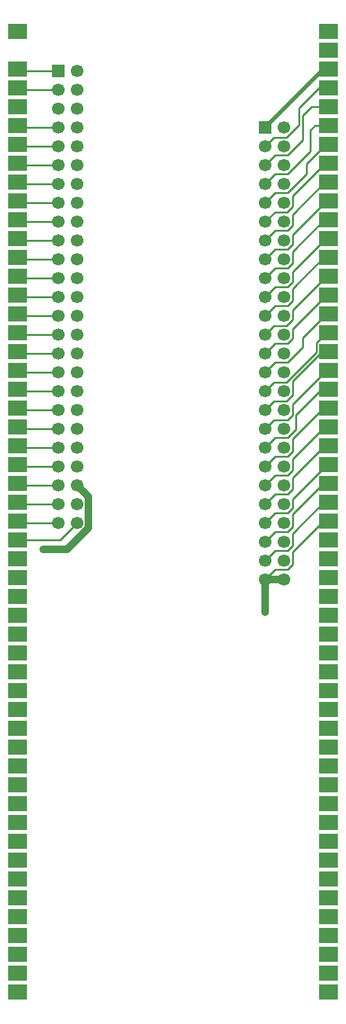
<source format=gtl>
G04 #@! TF.GenerationSoftware,KiCad,Pcbnew,9.0.1+1*
G04 #@! TF.CreationDate,2025-11-12T15:12:25+00:00*
G04 #@! TF.ProjectId,te0725-carrier,74653037-3235-42d6-9361-72726965722e,rev?*
G04 #@! TF.SameCoordinates,Original*
G04 #@! TF.FileFunction,Copper,L1,Top*
G04 #@! TF.FilePolarity,Positive*
%FSLAX46Y46*%
G04 Gerber Fmt 4.6, Leading zero omitted, Abs format (unit mm)*
G04 Created by KiCad (PCBNEW 9.0.1+1) date 2025-11-12 15:12:25*
%MOMM*%
%LPD*%
G01*
G04 APERTURE LIST*
G04 #@! TA.AperFunction,CastellatedPad*
%ADD10R,2.540000X2.000000*%
G04 #@! TD*
G04 #@! TA.AperFunction,ComponentPad*
%ADD11R,1.700000X1.700000*%
G04 #@! TD*
G04 #@! TA.AperFunction,ComponentPad*
%ADD12C,1.700000*%
G04 #@! TD*
G04 #@! TA.AperFunction,ViaPad*
%ADD13C,0.600000*%
G04 #@! TD*
G04 #@! TA.AperFunction,Conductor*
%ADD14C,0.250000*%
G04 #@! TD*
G04 #@! TA.AperFunction,Conductor*
%ADD15C,0.500000*%
G04 #@! TD*
G04 #@! TA.AperFunction,Conductor*
%ADD16C,1.000000*%
G04 #@! TD*
G04 APERTURE END LIST*
D10*
X44500000Y-44680000D03*
X44500000Y-49760000D03*
X44500000Y-52300000D03*
X44500000Y-54840000D03*
X44500000Y-57380000D03*
X44500000Y-59920000D03*
X44500000Y-62460000D03*
X44500000Y-65000000D03*
X44500000Y-67540000D03*
X44500000Y-70080000D03*
X44500000Y-72620000D03*
X44500000Y-75160000D03*
X44500000Y-77700000D03*
X44500000Y-80240000D03*
X44500000Y-82780000D03*
X44500000Y-85320000D03*
X44500000Y-87860000D03*
X44500000Y-90400000D03*
X44500000Y-92940000D03*
X44500000Y-95480000D03*
X44500000Y-98020000D03*
X44500000Y-100560000D03*
X44500000Y-103100000D03*
X44500000Y-105640000D03*
X44500000Y-108180000D03*
X44500000Y-110720000D03*
X44500000Y-113260000D03*
X44500000Y-115800000D03*
X44500000Y-118340000D03*
X44500000Y-120880000D03*
X44500000Y-123420000D03*
X44500000Y-125960000D03*
X44500000Y-128500000D03*
X44500000Y-131040000D03*
X44500000Y-133580000D03*
X44500000Y-136120000D03*
X44500000Y-138660000D03*
X44500000Y-141200000D03*
X44500000Y-143740000D03*
X44500000Y-146280000D03*
X44500000Y-148820000D03*
X44500000Y-151360000D03*
X44500000Y-153900000D03*
X44500000Y-156440000D03*
X44500000Y-158980000D03*
X44500000Y-161520000D03*
X44500000Y-164060000D03*
X44500000Y-166600000D03*
X44500000Y-169140000D03*
X44500000Y-171680000D03*
X44500000Y-174220000D03*
X86500000Y-44680000D03*
X86500000Y-47220000D03*
X86500000Y-49760000D03*
X86500000Y-52300000D03*
X86500000Y-54840000D03*
X86500000Y-57380000D03*
X86500000Y-59920000D03*
X86500000Y-62460000D03*
X86500000Y-65000000D03*
X86500000Y-67540000D03*
X86500000Y-70080000D03*
X86500000Y-72620000D03*
X86500000Y-75160000D03*
X86500000Y-77700000D03*
X86500000Y-80240000D03*
X86500000Y-82780000D03*
X86500000Y-85320000D03*
X86500000Y-87860000D03*
X86500000Y-90400000D03*
X86500000Y-92940000D03*
X86500000Y-95480000D03*
X86500000Y-98020000D03*
X86500000Y-100560000D03*
X86500000Y-103100000D03*
X86500000Y-105640000D03*
X86500000Y-108180000D03*
X86500000Y-110720000D03*
X86500000Y-113260000D03*
X86500000Y-115800000D03*
X86500000Y-118340000D03*
X86500000Y-120880000D03*
X86500000Y-123420000D03*
X86500000Y-125960000D03*
X86500000Y-128500000D03*
X86500000Y-131040000D03*
X86500000Y-133580000D03*
X86500000Y-136120000D03*
X86500000Y-138660000D03*
X86500000Y-141200000D03*
X86500000Y-143740000D03*
X86500000Y-146280000D03*
X86500000Y-148820000D03*
X86500000Y-151360000D03*
X86500000Y-153900000D03*
X86500000Y-156440000D03*
X86500000Y-158980000D03*
X86500000Y-161520000D03*
X86500000Y-164060000D03*
X86500000Y-166600000D03*
X86500000Y-169140000D03*
X86500000Y-171680000D03*
X86500000Y-174220000D03*
D11*
X50000000Y-50000000D03*
D12*
X52540000Y-50000000D03*
X50000000Y-52540000D03*
X52540000Y-52540000D03*
X50000000Y-55080000D03*
X52540000Y-55080000D03*
X50000000Y-57620000D03*
X52540000Y-57620000D03*
X50000000Y-60160000D03*
X52540000Y-60160000D03*
X50000000Y-62700000D03*
X52540000Y-62700000D03*
X50000000Y-65240000D03*
X52540000Y-65240000D03*
X50000000Y-67780000D03*
X52540000Y-67780000D03*
X50000000Y-70320000D03*
X52540000Y-70320000D03*
X50000000Y-72860000D03*
X52540000Y-72860000D03*
X50000000Y-75400000D03*
X52540000Y-75400000D03*
X50000000Y-77940000D03*
X52540000Y-77940000D03*
X50000000Y-80480000D03*
X52540000Y-80480000D03*
X50000000Y-83020000D03*
X52540000Y-83020000D03*
X50000000Y-85560000D03*
X52540000Y-85560000D03*
X50000000Y-88100000D03*
X52540000Y-88100000D03*
X50000000Y-90640000D03*
X52540000Y-90640000D03*
X50000000Y-93180000D03*
X52540000Y-93180000D03*
X50000000Y-95720000D03*
X52540000Y-95720000D03*
X50000000Y-98260000D03*
X52540000Y-98260000D03*
X50000000Y-100800000D03*
X52540000Y-100800000D03*
X50000000Y-103340000D03*
X52540000Y-103340000D03*
X50000000Y-105880000D03*
X52540000Y-105880000D03*
X50000000Y-108420000D03*
X52540000Y-108420000D03*
X50000000Y-110960000D03*
X52540000Y-110960000D03*
D11*
X77940000Y-57620000D03*
D12*
X80480000Y-57620000D03*
X77940000Y-60160000D03*
X80480000Y-60160000D03*
X77940000Y-62700000D03*
X80480000Y-62700000D03*
X77940000Y-65240000D03*
X80480000Y-65240000D03*
X77940000Y-67780000D03*
X80480000Y-67780000D03*
X77940000Y-70320000D03*
X80480000Y-70320000D03*
X77940000Y-72860000D03*
X80480000Y-72860000D03*
X77940000Y-75400000D03*
X80480000Y-75400000D03*
X77940000Y-77940000D03*
X80480000Y-77940000D03*
X77940000Y-80480000D03*
X80480000Y-80480000D03*
X77940000Y-83020000D03*
X80480000Y-83020000D03*
X77940000Y-85560000D03*
X80480000Y-85560000D03*
X77940000Y-88100000D03*
X80480000Y-88100000D03*
X77940000Y-90640000D03*
X80480000Y-90640000D03*
X77940000Y-93180000D03*
X80480000Y-93180000D03*
X77940000Y-95720000D03*
X80480000Y-95720000D03*
X77940000Y-98260000D03*
X80480000Y-98260000D03*
X77940000Y-100800000D03*
X80480000Y-100800000D03*
X77940000Y-103340000D03*
X80480000Y-103340000D03*
X77940000Y-105880000D03*
X80480000Y-105880000D03*
X77940000Y-108420000D03*
X80480000Y-108420000D03*
X77940000Y-110960000D03*
X80480000Y-110960000D03*
X77940000Y-113500000D03*
X80480000Y-113500000D03*
X77940000Y-116040000D03*
X80480000Y-116040000D03*
X77940000Y-118580000D03*
X80480000Y-118580000D03*
D13*
X48000000Y-114500000D03*
D14*
X44740000Y-93180000D02*
X44500000Y-92940000D01*
X50000000Y-93180000D02*
X44740000Y-93180000D01*
X50000000Y-70320000D02*
X44740000Y-70320000D01*
X44740000Y-70320000D02*
X44500000Y-70080000D01*
X50000000Y-72860000D02*
X44740000Y-72860000D01*
X44740000Y-72860000D02*
X44500000Y-72620000D01*
X50000000Y-95720000D02*
X44740000Y-95720000D01*
X44740000Y-95720000D02*
X44500000Y-95480000D01*
X50000000Y-85560000D02*
X44740000Y-85560000D01*
X44740000Y-85560000D02*
X44500000Y-85320000D01*
X44740000Y-57620000D02*
X44500000Y-57380000D01*
X50000000Y-57620000D02*
X44740000Y-57620000D01*
X50000000Y-98260000D02*
X44740000Y-98260000D01*
X44740000Y-98260000D02*
X44500000Y-98020000D01*
X50000000Y-100800000D02*
X44740000Y-100800000D01*
X44740000Y-100800000D02*
X44500000Y-100560000D01*
X50000000Y-52540000D02*
X44740000Y-52540000D01*
X44740000Y-52540000D02*
X44500000Y-52300000D01*
X44740000Y-77940000D02*
X44500000Y-77700000D01*
X50000000Y-77940000D02*
X44740000Y-77940000D01*
X44740000Y-62700000D02*
X44500000Y-62460000D01*
X50000000Y-62700000D02*
X44740000Y-62700000D01*
X44740000Y-88100000D02*
X44500000Y-87860000D01*
X50000000Y-88100000D02*
X44740000Y-88100000D01*
X44740000Y-60160000D02*
X44500000Y-59920000D01*
X50000000Y-60160000D02*
X44740000Y-60160000D01*
X44740000Y-80480000D02*
X44500000Y-80240000D01*
X50000000Y-80480000D02*
X44740000Y-80480000D01*
X44740000Y-65240000D02*
X44500000Y-65000000D01*
X50000000Y-65240000D02*
X44740000Y-65240000D01*
X50000000Y-103340000D02*
X44740000Y-103340000D01*
X44740000Y-103340000D02*
X44500000Y-103100000D01*
X50000000Y-90640000D02*
X44740000Y-90640000D01*
X44740000Y-90640000D02*
X44500000Y-90400000D01*
X44740000Y-50000000D02*
X44500000Y-49760000D01*
D15*
X77940000Y-57620000D02*
X85749000Y-49811000D01*
D14*
X79304000Y-117216000D02*
X77940000Y-118580000D01*
X50240000Y-113260000D02*
X44500000Y-113260000D01*
X81656000Y-116527116D02*
X80967116Y-117216000D01*
D15*
X85749000Y-49811000D02*
X85749000Y-49760000D01*
D16*
X77940000Y-118580000D02*
X80480000Y-118580000D01*
X77940000Y-118580000D02*
X77940000Y-122940000D01*
D14*
X50000000Y-50000000D02*
X44740000Y-50000000D01*
X86500000Y-110720000D02*
X85800000Y-110720000D01*
X50000000Y-110960000D02*
X44740000Y-110960000D01*
X80967116Y-117216000D02*
X79304000Y-117216000D01*
X52540000Y-110960000D02*
X50240000Y-113260000D01*
X85800000Y-110720000D02*
X81656000Y-114864000D01*
X44740000Y-110960000D02*
X44500000Y-110720000D01*
X81656000Y-114864000D02*
X81656000Y-116527116D01*
X50000000Y-108420000D02*
X44740000Y-108420000D01*
X44740000Y-108420000D02*
X44500000Y-108180000D01*
X50000000Y-67780000D02*
X44740000Y-67780000D01*
X44740000Y-67780000D02*
X44500000Y-67540000D01*
X50000000Y-83020000D02*
X44740000Y-83020000D01*
X44740000Y-83020000D02*
X44500000Y-82780000D01*
X44740000Y-75400000D02*
X44500000Y-75160000D01*
X50000000Y-75400000D02*
X44740000Y-75400000D01*
X81656000Y-79344000D02*
X81656000Y-80967116D01*
X81656000Y-80967116D02*
X80967116Y-81656000D01*
X79304000Y-81656000D02*
X77940000Y-83020000D01*
X86500000Y-75160000D02*
X85840000Y-75160000D01*
X85840000Y-75160000D02*
X81656000Y-79344000D01*
X80967116Y-81656000D02*
X79304000Y-81656000D01*
X81656000Y-93667116D02*
X80779116Y-94544000D01*
X85640000Y-87860000D02*
X81656000Y-91844000D01*
X81656000Y-91844000D02*
X81656000Y-93667116D01*
X79116000Y-94544000D02*
X77940000Y-95720000D01*
X86500000Y-87860000D02*
X85640000Y-87860000D01*
X80779116Y-94544000D02*
X79116000Y-94544000D01*
X80967116Y-89276000D02*
X79304000Y-89276000D01*
X83010000Y-86000000D02*
X83010000Y-87233116D01*
X79304000Y-89276000D02*
X77940000Y-90640000D01*
X86230000Y-82780000D02*
X83010000Y-86000000D01*
X83010000Y-87233116D02*
X80967116Y-89276000D01*
X86500000Y-82780000D02*
X86230000Y-82780000D01*
X81656000Y-99624000D02*
X81656000Y-101287116D01*
X79304000Y-101976000D02*
X77940000Y-103340000D01*
X85800000Y-95480000D02*
X81656000Y-99624000D01*
X81656000Y-101287116D02*
X80967116Y-101976000D01*
X86500000Y-95480000D02*
X85800000Y-95480000D01*
X80967116Y-101976000D02*
X79304000Y-101976000D01*
X81656000Y-113987116D02*
X80967116Y-114676000D01*
X85820000Y-108180000D02*
X81656000Y-112344000D01*
X79304000Y-114676000D02*
X77940000Y-116040000D01*
X81656000Y-112344000D02*
X81656000Y-113987116D01*
X86500000Y-108180000D02*
X85820000Y-108180000D01*
X80967116Y-114676000D02*
X79304000Y-114676000D01*
X79304000Y-76576000D02*
X77940000Y-77940000D01*
X81656000Y-75887116D02*
X80967116Y-76576000D01*
X81656000Y-74344000D02*
X81656000Y-75887116D01*
X80967116Y-76576000D02*
X79304000Y-76576000D01*
X85920000Y-70080000D02*
X81656000Y-74344000D01*
X86500000Y-70080000D02*
X85920000Y-70080000D01*
X80923116Y-69000000D02*
X79260000Y-69000000D01*
X86500000Y-62460000D02*
X86040000Y-62460000D01*
X79260000Y-69000000D02*
X77940000Y-70320000D01*
X81656000Y-68267116D02*
X80923116Y-69000000D01*
X81656000Y-66844000D02*
X81656000Y-68267116D01*
X86040000Y-62460000D02*
X81656000Y-66844000D01*
X81656000Y-104844000D02*
X81656000Y-106367116D01*
X80967116Y-107056000D02*
X79304000Y-107056000D01*
X85940000Y-100560000D02*
X81656000Y-104844000D01*
X79304000Y-107056000D02*
X77940000Y-108420000D01*
X81656000Y-106367116D02*
X80967116Y-107056000D01*
X86500000Y-100560000D02*
X85940000Y-100560000D01*
X81656000Y-83507116D02*
X80779116Y-84384000D01*
X80779116Y-84384000D02*
X79116000Y-84384000D01*
X86500000Y-77700000D02*
X86230000Y-77700000D01*
X79116000Y-84384000D02*
X77940000Y-85560000D01*
X81656000Y-82274000D02*
X81656000Y-83507116D01*
X86230000Y-77700000D02*
X81656000Y-82274000D01*
X86500000Y-103100000D02*
X86293000Y-103100000D01*
X81656000Y-108907116D02*
X80967116Y-109596000D01*
X80967116Y-109596000D02*
X79304000Y-109596000D01*
X81656000Y-107737000D02*
X81656000Y-108907116D01*
X79304000Y-109596000D02*
X77940000Y-110960000D01*
X86293000Y-103100000D02*
X81656000Y-107737000D01*
X86230000Y-90400000D02*
X81656000Y-94974000D01*
X79116000Y-97084000D02*
X77940000Y-98260000D01*
X81656000Y-94974000D02*
X81656000Y-96395116D01*
X81656000Y-96395116D02*
X80967116Y-97084000D01*
X86500000Y-90400000D02*
X86230000Y-90400000D01*
X80967116Y-97084000D02*
X79116000Y-97084000D01*
X82107000Y-96393000D02*
X82107000Y-98296116D01*
X85560000Y-92940000D02*
X82107000Y-96393000D01*
X86500000Y-92940000D02*
X85560000Y-92940000D01*
X82107000Y-98296116D02*
X80967116Y-99436000D01*
X79304000Y-99436000D02*
X77940000Y-100800000D01*
X80967116Y-99436000D02*
X79304000Y-99436000D01*
X80967116Y-63876000D02*
X84000000Y-60843116D01*
X79304000Y-63876000D02*
X80967116Y-63876000D01*
X84000000Y-60843116D02*
X84000000Y-58000000D01*
X77940000Y-65240000D02*
X79304000Y-63876000D01*
X84620000Y-57380000D02*
X86500000Y-57380000D01*
X84000000Y-58000000D02*
X84620000Y-57380000D01*
X80967116Y-74036000D02*
X79304000Y-74036000D01*
X81656000Y-72114000D02*
X81656000Y-73347116D01*
X86230000Y-67540000D02*
X81656000Y-72114000D01*
X86500000Y-67540000D02*
X86230000Y-67540000D01*
X79304000Y-74036000D02*
X77940000Y-75400000D01*
X81656000Y-73347116D02*
X80967116Y-74036000D01*
X81656000Y-103827116D02*
X80967116Y-104516000D01*
X81656000Y-102344000D02*
X81656000Y-103827116D01*
X86500000Y-98020000D02*
X85980000Y-98020000D01*
X85980000Y-98020000D02*
X81656000Y-102344000D01*
X80967116Y-104516000D02*
X79304000Y-104516000D01*
X79304000Y-104516000D02*
X77940000Y-105880000D01*
X83500000Y-62500000D02*
X85874000Y-60126000D01*
X85874000Y-60126000D02*
X85874000Y-59920000D01*
X77940000Y-67780000D02*
X79304000Y-66416000D01*
X79304000Y-66416000D02*
X80967116Y-66416000D01*
X83500000Y-63883116D02*
X83500000Y-62500000D01*
X80967116Y-66416000D02*
X83500000Y-63883116D01*
X80967116Y-86736000D02*
X79304000Y-86736000D01*
X79304000Y-86736000D02*
X77940000Y-88100000D01*
X81656000Y-86047116D02*
X80967116Y-86736000D01*
X81656000Y-84814000D02*
X81656000Y-86047116D01*
X86230000Y-80240000D02*
X81656000Y-84814000D01*
X86500000Y-80240000D02*
X86230000Y-80240000D01*
X86000000Y-65000000D02*
X81656000Y-69344000D01*
X79300000Y-71500000D02*
X77940000Y-72860000D01*
X81656000Y-70807116D02*
X80963116Y-71500000D01*
X81656000Y-69344000D02*
X81656000Y-70807116D01*
X86500000Y-65000000D02*
X86000000Y-65000000D01*
X80963116Y-71500000D02*
X79300000Y-71500000D01*
X86500000Y-85320000D02*
X86230000Y-85320000D01*
X86230000Y-85320000D02*
X84904000Y-86646000D01*
X84904000Y-87879116D02*
X80783116Y-92000000D01*
X84904000Y-86646000D02*
X84904000Y-87879116D01*
X79120000Y-92000000D02*
X77940000Y-93180000D01*
X80783116Y-92000000D02*
X79120000Y-92000000D01*
X79304000Y-79116000D02*
X77940000Y-80480000D01*
X86500000Y-72620000D02*
X86118000Y-72620000D01*
X81656000Y-77082000D02*
X81656000Y-78427116D01*
X80967116Y-79116000D02*
X79304000Y-79116000D01*
X81656000Y-78427116D02*
X80967116Y-79116000D01*
X86118000Y-72620000D02*
X81656000Y-77082000D01*
D16*
X51193446Y-114500000D02*
X54091000Y-111602446D01*
D14*
X77940000Y-62700000D02*
X79304000Y-61336000D01*
X44740000Y-55080000D02*
X44500000Y-54840000D01*
X79304000Y-61336000D02*
X80967116Y-61336000D01*
X83000000Y-56000000D02*
X84160000Y-54840000D01*
X83000000Y-59303116D02*
X83000000Y-56000000D01*
D16*
X48000000Y-114500000D02*
X51193446Y-114500000D01*
X54091000Y-107431000D02*
X52540000Y-105880000D01*
D14*
X84160000Y-54840000D02*
X86500000Y-54840000D01*
D16*
X54091000Y-111602446D02*
X54091000Y-107431000D01*
D14*
X80967116Y-61336000D02*
X83000000Y-59303116D01*
X82500000Y-57263116D02*
X82500000Y-55000000D01*
X79116000Y-58984000D02*
X80779116Y-58984000D01*
X82500000Y-55000000D02*
X85200000Y-52300000D01*
X77940000Y-60160000D02*
X79116000Y-58984000D01*
X85200000Y-52300000D02*
X86500000Y-52300000D01*
X80779116Y-58984000D02*
X82500000Y-57263116D01*
X50000000Y-105880000D02*
X44740000Y-105880000D01*
X79304000Y-112136000D02*
X77940000Y-113500000D01*
X81656000Y-111447116D02*
X80967116Y-112136000D01*
X80967116Y-112136000D02*
X79304000Y-112136000D01*
X85800000Y-105640000D02*
X81656000Y-109784000D01*
X86500000Y-105640000D02*
X85800000Y-105640000D01*
X52540000Y-55040000D02*
X52500000Y-55000000D01*
X81656000Y-109784000D02*
X81656000Y-111447116D01*
X52540000Y-55080000D02*
X52540000Y-55040000D01*
X44740000Y-105880000D02*
X44500000Y-105640000D01*
M02*

</source>
